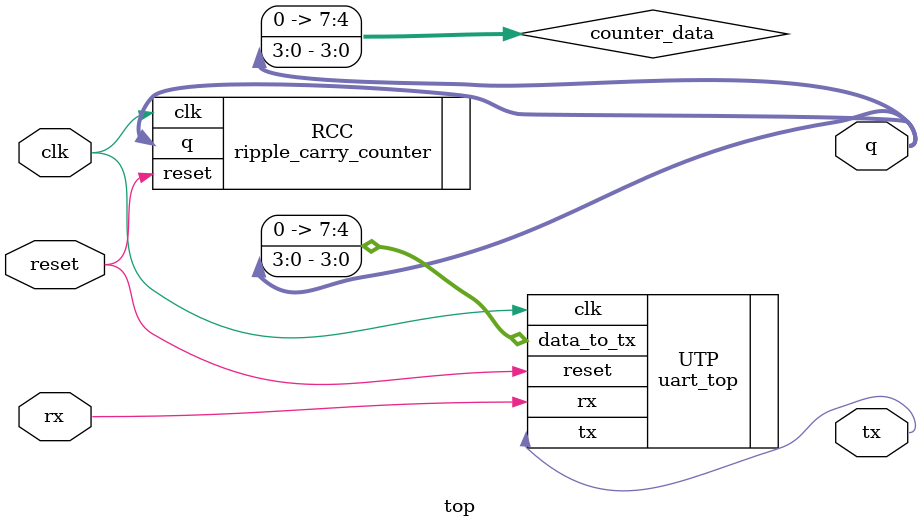
<source format=v>
module top
(
	input clk,reset,rx,
	output [3:0] q,
	output tx
);
	wire [7:0] counter_data;
	assign counter_data = {4'b0000,q};
	ripple_carry_counter RCC
	(
		.clk(clk),
		.reset(reset),
		.q(q)
	);
	
	uart_top UTP
	(
		.clk(clk),
		.reset(reset),
		.data_to_tx(counter_data),
		.rx(rx),
		.tx(tx)
	);
endmodule
</source>
